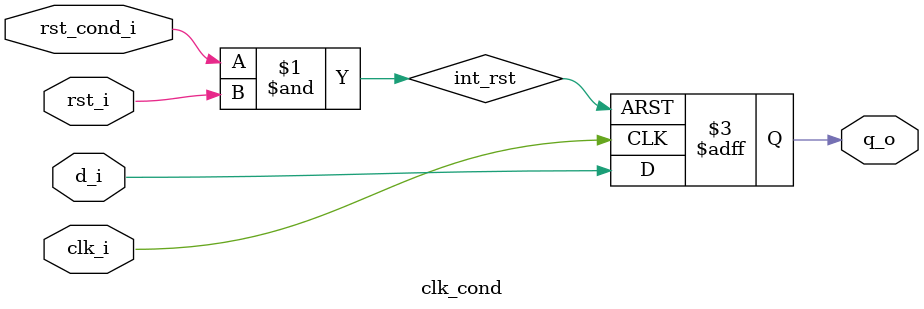
<source format=v>
`timescale 1ns / 1ps

module clk_cond(rst_i, rst_cond_i, clk_i, d_i, q_o);

input wire rst_cond_i;
input wire rst_i;
input wire clk_i;
input wire d_i;
output reg q_o;

wire int_rst;
assign int_rst = rst_cond_i & rst_i;

always @(posedge int_rst or posedge clk_i) begin
  if (int_rst) begin
    q_o <= 0;
  end else begin
    q_o <= d_i;
  end
end

endmodule

</source>
